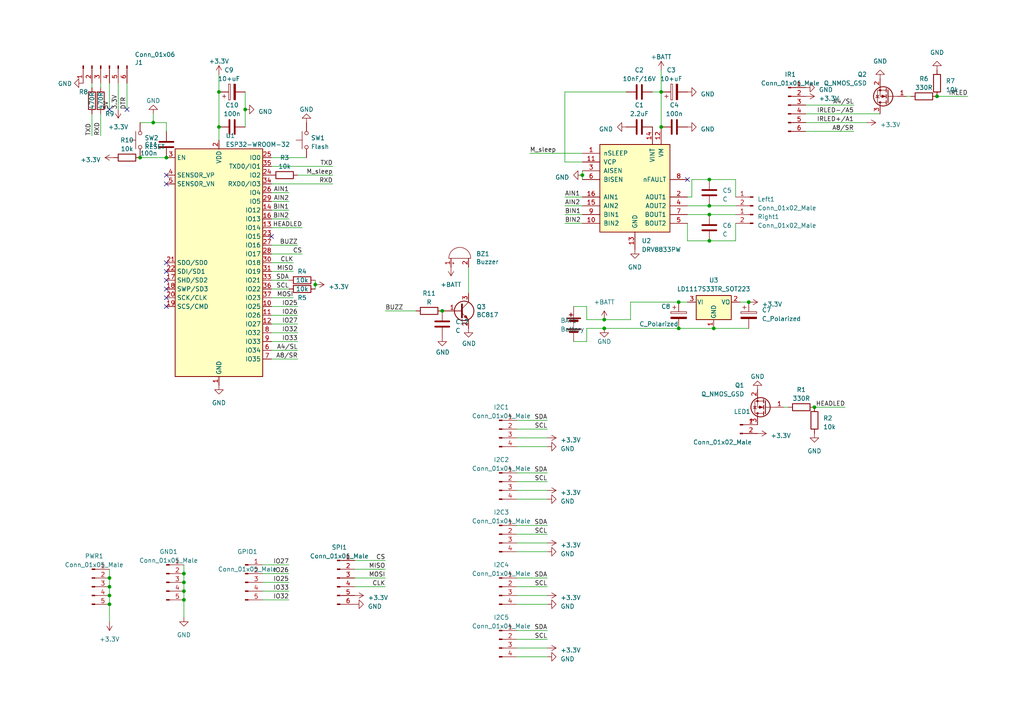
<source format=kicad_sch>
(kicad_sch (version 20230121) (generator eeschema)
  (paper "A4")
  (lib_symbols
    (symbol "Connector:Conn_01x02_Male" (pin_names (offset 1.016) hide)
      (property "Reference" "J" (at 0 2.54 0))
      (property "Value" "Conn_01x02_Male" (at 0 -5.08 0))
      (symbol "Conn_01x02_Male_1_1"
        (polyline (pts (xy 1.27 -2.54) (xy 0.8636 -2.54)) (stroke (width 0.1524)))
        (polyline (pts (xy 1.27 0) (xy 0.8636 0)) (stroke (width 0.1524)))
        (rectangle (start 0.8636 -2.413) (end 0 -2.667) (stroke (width 0.1524)) (fill (type outline)))
        (rectangle (start 0.8636 0.127) (end 0 -0.127) (stroke (width 0.1524)) (fill (type outline)))
        (pin passive line (at 5.08 0 180) (length 3.81) (name "Pin_1") (number "1"))
        (pin passive line (at 5.08 -2.54 180) (length 3.81) (name "Pin_2") (number "2"))
      )
    )
    (symbol "Connector:Conn_01x04_Male" (pin_names (offset 1.016) hide)
      (property "Reference" "J" (at 0 5.08 0))
      (property "Value" "Conn_01x04_Male" (at 0 -7.62 0))
      (symbol "Conn_01x04_Male_1_1"
        (polyline (pts (xy 1.27 -5.08) (xy 0.8636 -5.08)) (stroke (width 0.1524)))
        (polyline (pts (xy 1.27 -2.54) (xy 0.8636 -2.54)) (stroke (width 0.1524)))
        (polyline (pts (xy 1.27 0) (xy 0.8636 0)) (stroke (width 0.1524)))
        (polyline (pts (xy 1.27 2.54) (xy 0.8636 2.54)) (stroke (width 0.1524)))
        (rectangle (start 0.8636 -4.953) (end 0 -5.207) (stroke (width 0.1524)) (fill (type outline)))
        (rectangle (start 0.8636 -2.413) (end 0 -2.667) (stroke (width 0.1524)) (fill (type outline)))
        (rectangle (start 0.8636 0.127) (end 0 -0.127) (stroke (width 0.1524)) (fill (type outline)))
        (rectangle (start 0.8636 2.667) (end 0 2.413) (stroke (width 0.1524)) (fill (type outline)))
        (pin passive line (at 5.08 2.54 180) (length 3.81) (name "Pin_1") (number "1"))
        (pin passive line (at 5.08 0 180) (length 3.81) (name "Pin_2") (number "2"))
        (pin passive line (at 5.08 -2.54 180) (length 3.81) (name "Pin_3") (number "3"))
        (pin passive line (at 5.08 -5.08 180) (length 3.81) (name "Pin_4") (number "4"))
      )
    )
    (symbol "Connector:Conn_01x05_Male" (pin_names (offset 1.016) hide)
      (property "Reference" "J" (at 0 7.62 0))
      (property "Value" "Conn_01x05_Male" (at 0 -7.62 0))
      (symbol "Conn_01x05_Male_1_1"
        (polyline (pts (xy 1.27 -5.08) (xy 0.8636 -5.08)) (stroke (width 0.1524)))
        (polyline (pts (xy 1.27 -2.54) (xy 0.8636 -2.54)) (stroke (width 0.1524)))
        (polyline (pts (xy 1.27 0) (xy 0.8636 0)) (stroke (width 0.1524)))
        (polyline (pts (xy 1.27 2.54) (xy 0.8636 2.54)) (stroke (width 0.1524)))
        (polyline (pts (xy 1.27 5.08) (xy 0.8636 5.08)) (stroke (width 0.1524)))
        (rectangle (start 0.8636 -4.953) (end 0 -5.207) (stroke (width 0.1524)) (fill (type outline)))
        (rectangle (start 0.8636 -2.413) (end 0 -2.667) (stroke (width 0.1524)) (fill (type outline)))
        (rectangle (start 0.8636 0.127) (end 0 -0.127) (stroke (width 0.1524)) (fill (type outline)))
        (rectangle (start 0.8636 2.667) (end 0 2.413) (stroke (width 0.1524)) (fill (type outline)))
        (rectangle (start 0.8636 5.207) (end 0 4.953) (stroke (width 0.1524)) (fill (type outline)))
        (pin passive line (at 5.08 5.08 180) (length 3.81) (name "Pin_1") (number "1"))
        (pin passive line (at 5.08 2.54 180) (length 3.81) (name "Pin_2") (number "2"))
        (pin passive line (at 5.08 0 180) (length 3.81) (name "Pin_3") (number "3"))
        (pin passive line (at 5.08 -2.54 180) (length 3.81) (name "Pin_4") (number "4"))
        (pin passive line (at 5.08 -5.08 180) (length 3.81) (name "Pin_5") (number "5"))
      )
    )
    (symbol "Connector:Conn_01x06_Male" (pin_names (offset 1.016) hide)
      (property "Reference" "J" (at 0 7.62 0))
      (property "Value" "Conn_01x06_Male" (at 0 -10.16 0))
      (symbol "Conn_01x06_Male_1_1"
        (polyline (pts (xy 1.27 -7.62) (xy 0.8636 -7.62)) (stroke (width 0.1524)))
        (polyline (pts (xy 1.27 -5.08) (xy 0.8636 -5.08)) (stroke (width 0.1524)))
        (polyline (pts (xy 1.27 -2.54) (xy 0.8636 -2.54)) (stroke (width 0.1524)))
        (polyline (pts (xy 1.27 0) (xy 0.8636 0)) (stroke (width 0.1524)))
        (polyline (pts (xy 1.27 2.54) (xy 0.8636 2.54)) (stroke (width 0.1524)))
        (polyline (pts (xy 1.27 5.08) (xy 0.8636 5.08)) (stroke (width 0.1524)))
        (rectangle (start 0.8636 -7.493) (end 0 -7.747) (stroke (width 0.1524)) (fill (type outline)))
        (rectangle (start 0.8636 -4.953) (end 0 -5.207) (stroke (width 0.1524)) (fill (type outline)))
        (rectangle (start 0.8636 -2.413) (end 0 -2.667) (stroke (width 0.1524)) (fill (type outline)))
        (rectangle (start 0.8636 0.127) (end 0 -0.127) (stroke (width 0.1524)) (fill (type outline)))
        (rectangle (start 0.8636 2.667) (end 0 2.413) (stroke (width 0.1524)) (fill (type outline)))
        (rectangle (start 0.8636 5.207) (end 0 4.953) (stroke (width 0.1524)) (fill (type outline)))
        (pin passive line (at 5.08 5.08 180) (length 3.81) (name "Pin_1") (number "1"))
        (pin passive line (at 5.08 2.54 180) (length 3.81) (name "Pin_2") (number "2"))
        (pin passive line (at 5.08 0 180) (length 3.81) (name "Pin_3") (number "3"))
        (pin passive line (at 5.08 -2.54 180) (length 3.81) (name "Pin_4") (number "4"))
        (pin passive line (at 5.08 -5.08 180) (length 3.81) (name "Pin_5") (number "5"))
        (pin passive line (at 5.08 -7.62 180) (length 3.81) (name "Pin_6") (number "6"))
      )
    )
    (symbol "Device:Battery" (pin_numbers hide) (pin_names (offset 0) hide)
      (property "Reference" "BAT1" (at 3.81 1.016 0))
      (property "Value" "Battery" (at 3.81 -1.524 0))
      (symbol "Battery_0_1"
        (rectangle (start -2.032 -1.397) (end 2.032 -1.651) (fill (type outline)))
        (rectangle (start -2.032 1.778) (end 2.032 1.524) (fill (type outline)))
        (rectangle (start -1.3208 -1.9812) (end 1.27 -2.4892) (fill (type outline)))
        (rectangle (start -1.3208 1.1938) (end 1.27 0.6858) (fill (type outline)))
        (polyline (pts (xy 0 -1.524) (xy 0 -1.27)))
        (polyline (pts (xy 0 -1.016) (xy 0 -0.762)))
        (polyline (pts (xy 0 -0.508) (xy 0 -0.254)))
        (polyline (pts (xy 0 0) (xy 0 0.254)))
        (polyline (pts (xy 0 0.508) (xy 0 0.762)))
        (polyline (pts (xy 0 1.778) (xy 0 2.54)))
        (polyline (pts (xy 0.254 2.667) (xy 1.27 2.667)) (stroke (width 0.254)))
        (polyline (pts (xy 0.762 3.175) (xy 0.762 2.159)) (stroke (width 0.254)))
      )
      (symbol "Battery_1_1"
        (pin power_out line (at 0 5.08 270) (length 2.54) (name "+") (number "1"))
        (pin power_out line (at 0 -5.08 90) (length 2.54) (name "-") (number "2"))
      )
    )
    (symbol "Device:Buzzer" (pin_names (offset 0.0254) hide)
      (property "Reference" "BZ" (at 3.81 1.27 0))
      (property "Value" "Buzzer" (at 3.81 -1.27 0))
      (symbol "Buzzer_0_1"
        (arc (start 0 -3.175) (mid 3.1612 0) (end 0 3.175))
        (polyline (pts (xy -1.651 1.905) (xy -1.143 1.905)))
        (polyline (pts (xy -1.397 2.159) (xy -1.397 1.651)))
        (polyline (pts (xy 0 3.175) (xy 0 -3.175)))
      )
      (symbol "Buzzer_1_1"
        (pin passive line (at -2.54 2.54 0) (length 2.54) (name "-") (number "1"))
        (pin passive line (at -2.54 -2.54 0) (length 2.54) (name "+") (number "2"))
      )
    )
    (symbol "Device:C" (pin_numbers hide) (pin_names (offset 0.254))
      (property "Reference" "C" (at 0.635 2.54 0))
      (property "Value" "C" (at 0.635 -2.54 0))
      (symbol "C_0_1"
        (polyline (pts (xy -2.032 -0.762) (xy 2.032 -0.762)) (stroke (width 0.508)))
        (polyline (pts (xy -2.032 0.762) (xy 2.032 0.762)) (stroke (width 0.508)))
      )
      (symbol "C_1_1"
        (pin passive line (at 0 3.81 270) (length 2.794) (name "~") (number "1"))
        (pin passive line (at 0 -3.81 90) (length 2.794) (name "~") (number "2"))
      )
    )
    (symbol "Device:C_Polarized" (pin_numbers hide) (pin_names (offset 0.254))
      (property "Reference" "C" (at 0.635 2.54 0))
      (property "Value" "C_Polarized" (at 0.635 -2.54 0))
      (symbol "C_Polarized_0_1"
        (rectangle (start -2.286 0.508) (end 2.286 1.016))
        (polyline (pts (xy -1.778 2.286) (xy -0.762 2.286)))
        (polyline (pts (xy -1.27 2.794) (xy -1.27 1.778)))
        (rectangle (start 2.286 -0.508) (end -2.286 -1.016) (fill (type outline)))
      )
      (symbol "C_Polarized_1_1"
        (pin passive line (at 0 3.81 270) (length 2.794) (name "~") (number "1"))
        (pin passive line (at 0 -3.81 90) (length 2.794) (name "~") (number "2"))
      )
    )
    (symbol "Device:Q_NMOS_GSD" (pin_names (offset 0) hide)
      (property "Reference" "Q" (at 5.08 1.27 0))
      (property "Value" "Q_NMOS_GSD" (at 5.08 -1.27 0))
      (symbol "Q_NMOS_GSD_0_1"
        (polyline (pts (xy 0.254 0) (xy -2.54 0)))
        (polyline (pts (xy 0.254 1.905) (xy 0.254 -1.905)) (stroke (width 0.254)))
        (polyline (pts (xy 0.762 -1.27) (xy 0.762 -2.286)) (stroke (width 0.254)))
        (polyline (pts (xy 0.762 0.508) (xy 0.762 -0.508)) (stroke (width 0.254)))
        (polyline (pts (xy 0.762 2.286) (xy 0.762 1.27)) (stroke (width 0.254)))
        (polyline (pts (xy 2.54 2.54) (xy 2.54 1.778)))
        (polyline (pts (xy 2.54 -2.54) (xy 2.54 0) (xy 0.762 0)))
        (polyline (pts (xy 0.762 -1.778) (xy 3.302 -1.778) (xy 3.302 1.778) (xy 0.762 1.778)))
        (polyline (pts (xy 1.016 0) (xy 2.032 0.381) (xy 2.032 -0.381) (xy 1.016 0)) (fill (type outline)))
        (polyline (pts (xy 2.794 0.508) (xy 2.921 0.381) (xy 3.683 0.381) (xy 3.81 0.254)))
        (polyline (pts (xy 3.302 0.381) (xy 2.921 -0.254) (xy 3.683 -0.254) (xy 3.302 0.381)))
        (circle (center 1.651 0) (radius 2.794) (stroke (width 0.254)))
        (circle (center 2.54 -1.778) (radius 0.254) (fill (type outline)))
        (circle (center 2.54 1.778) (radius 0.254) (fill (type outline)))
      )
      (symbol "Q_NMOS_GSD_1_1"
        (pin input line (at -5.08 0 0) (length 2.54) (name "G") (number "1"))
        (pin passive line (at 2.54 -5.08 90) (length 2.54) (name "S") (number "2"))
        (pin passive line (at 2.54 5.08 270) (length 2.54) (name "D") (number "3"))
      )
    )
    (symbol "Device:R" (pin_numbers hide) (pin_names (offset 0))
      (property "Reference" "R" (at 2.032 0 90))
      (property "Value" "R" (at 0 0 90))
      (symbol "R_0_1"
        (rectangle (start -1.016 -2.54) (end 1.016 2.54) (stroke (width 0.254)))
      )
      (symbol "R_1_1"
        (pin passive line (at 0 3.81 270) (length 1.27) (name "~") (number "1"))
        (pin passive line (at 0 -3.81 90) (length 1.27) (name "~") (number "2"))
      )
    )
    (symbol "Driver_Motor:DRV8833PW" (pin_names (offset 1.016))
      (property "Reference" "U" (at -3.81 16.51 0))
      (property "Value" "DRV8833PW" (at -3.81 13.97 0))
      (symbol "DRV8833PW_0_1"
        (rectangle (start -10.16 12.7) (end 10.16 -12.7) (stroke (width 0.254)) (fill (type background)))
      )
      (symbol "DRV8833PW_1_1"
        (pin input line (at -15.24 10.16 0) (length 5.08) (name "nSLEEP") (number "1"))
        (pin input line (at -15.24 -10.16 0) (length 5.08) (name "BIN2") (number "10"))
        (pin bidirectional line (at -15.24 7.62 0) (length 5.08) (name "VCP") (number "11"))
        (pin power_in line (at 7.62 17.78 270) (length 5.08) (name "VM") (number "12"))
        (pin power_in line (at 0 -17.78 90) (length 5.08) (name "GND") (number "13"))
        (pin power_in line (at 5.08 17.78 270) (length 5.08) (name "VINT") (number "14"))
        (pin input line (at -15.24 -5.08 0) (length 5.08) (name "AIN2") (number "15"))
        (pin input line (at -15.24 -2.54 0) (length 5.08) (name "AIN1") (number "16"))
        (pin power_out line (at 15.24 -2.54 180) (length 5.08) (name "AOUT1") (number "2"))
        (pin bidirectional line (at -15.24 5.08 0) (length 5.08) (name "AISEN") (number "3"))
        (pin power_out line (at 15.24 -5.08 180) (length 5.08) (name "AOUT2") (number "4"))
        (pin power_out line (at 15.24 -10.16 180) (length 5.08) (name "BOUT2") (number "5"))
        (pin bidirectional line (at -15.24 2.54 0) (length 5.08) (name "BISEN") (number "6"))
        (pin power_out line (at 15.24 -7.62 180) (length 5.08) (name "BOUT1") (number "7"))
        (pin open_collector line (at 15.24 2.54 180) (length 5.08) (name "nFAULT") (number "8"))
        (pin input line (at -15.24 -7.62 0) (length 5.08) (name "BIN1") (number "9"))
      )
    )
    (symbol "RF_Module:ESP32-WROOM-32"
      (property "Reference" "U" (at -12.7 34.29 0))
      (property "Value" "ESP32-WROOM-32" (at 1.27 34.29 0))
      (symbol "ESP32-WROOM-32_0_1"
        (rectangle (start -12.7 33.02) (end 12.7 -33.02) (stroke (width 0.254)) (fill (type background)))
      )
      (symbol "ESP32-WROOM-32_1_1"
        (pin power_in line (at 0 -35.56 90) (length 2.54) (name "GND") (number "1"))
        (pin bidirectional line (at 15.24 -12.7 180) (length 2.54) (name "IO25") (number "10"))
        (pin bidirectional line (at 15.24 -15.24 180) (length 2.54) (name "IO26") (number "11"))
        (pin bidirectional line (at 15.24 -17.78 180) (length 2.54) (name "IO27") (number "12"))
        (pin bidirectional line (at 15.24 10.16 180) (length 2.54) (name "IO14") (number "13"))
        (pin bidirectional line (at 15.24 15.24 180) (length 2.54) (name "IO12") (number "14"))
        (pin passive line (at 0 -35.56 90) (length 2.54) hide (name "GND") (number "15"))
        (pin bidirectional line (at 15.24 12.7 180) (length 2.54) (name "IO13") (number "16"))
        (pin bidirectional line (at -15.24 -5.08 0) (length 2.54) (name "SHD/SD2") (number "17"))
        (pin bidirectional line (at -15.24 -7.62 0) (length 2.54) (name "SWP/SD3") (number "18"))
        (pin bidirectional line (at -15.24 -12.7 0) (length 2.54) (name "SCS/CMD") (number "19"))
        (pin power_in line (at 0 35.56 270) (length 2.54) (name "VDD") (number "2"))
        (pin bidirectional line (at -15.24 -10.16 0) (length 2.54) (name "SCK/CLK") (number "20"))
        (pin bidirectional line (at -15.24 0 0) (length 2.54) (name "SDO/SD0") (number "21"))
        (pin bidirectional line (at -15.24 -2.54 0) (length 2.54) (name "SDI/SD1") (number "22"))
        (pin bidirectional line (at 15.24 7.62 180) (length 2.54) (name "IO15") (number "23"))
        (pin bidirectional line (at 15.24 25.4 180) (length 2.54) (name "IO2") (number "24"))
        (pin bidirectional line (at 15.24 30.48 180) (length 2.54) (name "IO0") (number "25"))
        (pin bidirectional line (at 15.24 20.32 180) (length 2.54) (name "IO4") (number "26"))
        (pin bidirectional line (at 15.24 5.08 180) (length 2.54) (name "IO16") (number "27"))
        (pin bidirectional line (at 15.24 2.54 180) (length 2.54) (name "IO17") (number "28"))
        (pin bidirectional line (at 15.24 17.78 180) (length 2.54) (name "IO5") (number "29"))
        (pin input line (at -15.24 30.48 0) (length 2.54) (name "EN") (number "3"))
        (pin bidirectional line (at 15.24 0 180) (length 2.54) (name "IO18") (number "30"))
        (pin bidirectional line (at 15.24 -2.54 180) (length 2.54) (name "IO19") (number "31"))
        (pin no_connect line (at -12.7 -27.94 0) (length 2.54) hide (name "NC") (number "32"))
        (pin bidirectional line (at 15.24 -5.08 180) (length 2.54) (name "IO21") (number "33"))
        (pin bidirectional line (at 15.24 22.86 180) (length 2.54) (name "RXD0/IO3") (number "34"))
        (pin bidirectional line (at 15.24 27.94 180) (length 2.54) (name "TXD0/IO1") (number "35"))
        (pin bidirectional line (at 15.24 -7.62 180) (length 2.54) (name "IO22") (number "36"))
        (pin bidirectional line (at 15.24 -10.16 180) (length 2.54) (name "IO23") (number "37"))
        (pin passive line (at 0 -35.56 90) (length 2.54) hide (name "GND") (number "38"))
        (pin passive line (at 0 -35.56 90) (length 2.54) hide (name "GND") (number "39"))
        (pin input line (at -15.24 25.4 0) (length 2.54) (name "SENSOR_VP") (number "4"))
        (pin input line (at -15.24 22.86 0) (length 2.54) (name "SENSOR_VN") (number "5"))
        (pin input line (at 15.24 -25.4 180) (length 2.54) (name "IO34") (number "6"))
        (pin input line (at 15.24 -27.94 180) (length 2.54) (name "IO35") (number "7"))
        (pin bidirectional line (at 15.24 -20.32 180) (length 2.54) (name "IO32") (number "8"))
        (pin bidirectional line (at 15.24 -22.86 180) (length 2.54) (name "IO33") (number "9"))
      )
    )
    (symbol "Regulator_Linear:LD1117S33TR_SOT223" (pin_names (offset 0.254))
      (property "Reference" "U" (at -3.81 3.175 0))
      (property "Value" "LD1117S33TR_SOT223" (at 0 3.175 0))
      (symbol "LD1117S33TR_SOT223_0_1"
        (rectangle (start -5.08 -5.08) (end 5.08 1.905) (stroke (width 0.254)) (fill (type background)))
      )
      (symbol "LD1117S33TR_SOT223_1_1"
        (pin power_in line (at 0 -7.62 90) (length 2.54) (name "GND") (number "1"))
        (pin power_out line (at 7.62 0 180) (length 2.54) (name "VO") (number "2"))
        (pin power_in line (at -7.62 0 0) (length 2.54) (name "VI") (number "3"))
      )
    )
    (symbol "Switch:SW_Push" (pin_numbers hide) (pin_names (offset 1.016) hide)
      (property "Reference" "SW" (at 1.27 2.54 0))
      (property "Value" "SW_Push" (at 0 -1.524 0))
      (symbol "SW_Push_0_1"
        (circle (center -2.032 0) (radius 0.508))
        (polyline (pts (xy 0 1.27) (xy 0 3.048)))
        (polyline (pts (xy 2.54 1.27) (xy -2.54 1.27)))
        (circle (center 2.032 0) (radius 0.508))
        (pin passive line (at -5.08 0 0) (length 2.54) (name "1") (number "1"))
        (pin passive line (at 5.08 0 180) (length 2.54) (name "2") (number "2"))
      )
    )
    (symbol "Transistor_BJT:BC817" (pin_names (offset 0) hide)
      (property "Reference" "Q" (at 5.08 1.905 0))
      (property "Value" "BC817" (at 5.08 0 0))
      (symbol "BC817_0_1"
        (polyline (pts (xy 0.635 0.635) (xy 2.54 2.54)))
        (polyline (pts (xy 0.635 -0.635) (xy 2.54 -2.54) (xy 2.54 -2.54)))
        (polyline (pts (xy 0.635 1.905) (xy 0.635 -1.905) (xy 0.635 -1.905)) (stroke (width 0.508)))
        (polyline (pts (xy 1.27 -1.778) (xy 1.778 -1.27) (xy 2.286 -2.286) (xy 1.27 -1.778) (xy 1.27 -1.778)) (fill (type outline)))
        (circle (center 1.27 0) (radius 2.8194) (stroke (width 0.254)))
      )
      (symbol "BC817_1_1"
        (pin input line (at -5.08 0 0) (length 5.715) (name "B") (number "1"))
        (pin passive line (at 2.54 -5.08 90) (length 2.54) (name "E") (number "2"))
        (pin passive line (at 2.54 5.08 270) (length 2.54) (name "C") (number "3"))
      )
    )
    (symbol "power:+3.3V" (power) (pin_names (offset 0))
      (property "Value" "+3.3V" (at 0 3.556 0))
      (symbol "+3.3V_0_1"
        (polyline (pts (xy -0.762 1.27) (xy 0 2.54)))
        (polyline (pts (xy 0 0) (xy 0 2.54)))
        (polyline (pts (xy 0 2.54) (xy 0.762 1.27)))
      )
      (symbol "+3.3V_1_1"
        (pin power_in line (at 0 0 90) (length 0) hide (name "+3.3V") (number "1"))
      )
    )
    (symbol "power:+BATT" (power) (pin_names (offset 0))
      (property "Value" "+BATT" (at 0 3.556 0))
      (symbol "+BATT_0_1"
        (polyline (pts (xy -0.762 1.27) (xy 0 2.54)))
        (polyline (pts (xy 0 0) (xy 0 2.54)))
        (polyline (pts (xy 0 2.54) (xy 0.762 1.27)))
      )
      (symbol "+BATT_1_1"
        (pin power_in line (at 0 0 90) (length 0) hide (name "+BATT") (number "1"))
      )
    )
    (symbol "power:GND" (power) (pin_names (offset 0))
      (property "Value" "GND" (at 0 -3.81 0))
      (symbol "GND_0_1"
        (polyline (pts (xy 0 0) (xy 0 -1.27) (xy 1.27 -1.27) (xy 0 -2.54) (xy -1.27 -1.27) (xy 0 -1.27)))
      )
      (symbol "GND_1_1"
        (pin power_in line (at 0 0 270) (length 0) hide (name "GND") (number "1"))
      )
    )
  )
  (junction (at 31.75 175.26))
  (junction (at 196.85 95.25))
  (junction (at 31.75 170.18))
  (junction (at 31.75 167.64))
  (junction (at 91.44 82.55))
  (junction (at 217.17 87.63))
  (junction (at 196.85 87.63))
  (junction (at 236.22 118.11))
  (junction (at 40.64 45.72))
  (junction (at 128.27 90.17))
  (junction (at 53.34 168.91))
  (junction (at 191.77 36.83))
  (junction (at 191.77 26.67))
  (junction (at 44.45 35.56))
  (junction (at 271.78 27.94))
  (junction (at 71.12 31.75))
  (junction (at 63.5 36.83))
  (junction (at 53.34 171.45))
  (junction (at 31.75 172.72))
  (junction (at 175.26 92.71))
  (junction (at 175.26 95.25))
  (junction (at 48.26 45.72))
  (junction (at 63.5 26.67))
  (junction (at 205.74 62.23))
  (junction (at 205.74 52.07))
  (junction (at 168.91 50.8))
  (junction (at 205.74 69.85))
  (junction (at 53.34 173.99))
  (junction (at 205.74 59.69))
  (junction (at 53.34 166.37))
  (junction (at 207.01 95.25))
  (no_connect (at 199.39 52.07))
  (no_connect (at 48.26 76.2))
  (no_connect (at 48.26 88.9))
  (no_connect (at 78.74 68.58))
  (no_connect (at 48.26 78.74))
  (no_connect (at 48.26 83.82))
  (no_connect (at 48.26 81.28))
  (no_connect (at 31.75 31.75))
  (no_connect (at 48.26 53.34))
  (no_connect (at 36.83 31.75))
  (no_connect (at 48.26 50.8))
  (no_connect (at 48.26 86.36))
  (wire (pts (xy 31.75 167.64) (xy 31.75 170.18)))
  (wire (pts (xy 78.74 60.96) (xy 83.82 60.96)))
  (wire (pts (xy 213.36 52.07) (xy 213.36 57.15)))
  (wire (pts (xy 228.6 118.11) (xy 227.33 118.11)))
  (wire (pts (xy 78.74 71.12) (xy 86.36 71.12)))
  (wire (pts (xy 149.86 185.42) (xy 158.75 185.42)))
  (wire (pts (xy 53.34 163.83) (xy 53.34 166.37)))
  (wire (pts (xy 26.67 33.02) (xy 26.67 39.37)))
  (wire (pts (xy 175.26 92.71) (xy 182.88 92.71)))
  (wire (pts (xy 78.74 93.98) (xy 86.36 93.98)))
  (wire (pts (xy 199.39 57.15) (xy 200.66 57.15)))
  (wire (pts (xy 163.83 26.67) (xy 163.83 46.99)))
  (wire (pts (xy 170.18 99.06) (xy 170.18 95.25)))
  (wire (pts (xy 102.87 167.64) (xy 111.76 167.64)))
  (wire (pts (xy 149.86 154.94) (xy 158.75 154.94)))
  (wire (pts (xy 76.2 173.99) (xy 83.82 173.99)))
  (wire (pts (xy 78.74 83.82) (xy 83.82 83.82)))
  (wire (pts (xy 149.86 144.78) (xy 158.75 144.78)))
  (wire (pts (xy 31.75 24.13) (xy 31.75 31.75)))
  (wire (pts (xy 78.74 58.42) (xy 83.82 58.42)))
  (wire (pts (xy 168.91 49.53) (xy 168.91 50.8)))
  (wire (pts (xy 149.86 190.5) (xy 158.75 190.5)))
  (wire (pts (xy 102.87 162.56) (xy 111.76 162.56)))
  (wire (pts (xy 78.74 76.2) (xy 85.09 76.2)))
  (wire (pts (xy 233.68 30.48) (xy 247.65 30.48)))
  (wire (pts (xy 63.5 36.83) (xy 63.5 40.64)))
  (wire (pts (xy 29.21 33.02) (xy 29.21 39.37)))
  (wire (pts (xy 199.39 62.23) (xy 205.74 62.23)))
  (wire (pts (xy 31.75 175.26) (xy 31.75 180.34)))
  (wire (pts (xy 163.83 59.69) (xy 168.91 59.69)))
  (wire (pts (xy 199.39 59.69) (xy 205.74 59.69)))
  (wire (pts (xy 205.74 52.07) (xy 213.36 52.07)))
  (wire (pts (xy 78.74 45.72) (xy 88.9 45.72)))
  (wire (pts (xy 175.26 92.71) (xy 170.18 92.71)))
  (wire (pts (xy 83.82 55.88) (xy 78.74 55.88)))
  (wire (pts (xy 86.36 50.8) (xy 96.52 50.8)))
  (wire (pts (xy 91.44 81.28) (xy 91.44 82.55)))
  (wire (pts (xy 102.87 170.18) (xy 111.76 170.18)))
  (wire (pts (xy 149.86 172.72) (xy 158.75 172.72)))
  (wire (pts (xy 196.85 95.25) (xy 207.01 95.25)))
  (wire (pts (xy 78.74 81.28) (xy 83.82 81.28)))
  (wire (pts (xy 71.12 31.75) (xy 71.12 26.67)))
  (wire (pts (xy 91.44 82.55) (xy 91.44 83.82)))
  (wire (pts (xy 149.86 129.54) (xy 158.75 129.54)))
  (wire (pts (xy 153.67 44.45) (xy 168.91 44.45)))
  (wire (pts (xy 182.88 87.63) (xy 196.85 87.63)))
  (wire (pts (xy 163.83 46.99) (xy 168.91 46.99)))
  (wire (pts (xy 78.74 78.74) (xy 85.09 78.74)))
  (wire (pts (xy 48.26 35.56) (xy 48.26 38.1)))
  (wire (pts (xy 214.63 87.63) (xy 217.17 87.63)))
  (wire (pts (xy 53.34 171.45) (xy 53.34 173.99)))
  (wire (pts (xy 149.86 182.88) (xy 158.75 182.88)))
  (wire (pts (xy 63.5 26.67) (xy 63.5 36.83)))
  (wire (pts (xy 149.86 142.24) (xy 158.75 142.24)))
  (wire (pts (xy 168.91 50.8) (xy 168.91 52.07)))
  (wire (pts (xy 149.86 152.4) (xy 158.75 152.4)))
  (wire (pts (xy 31.75 172.72) (xy 31.75 175.26)))
  (wire (pts (xy 200.66 57.15) (xy 200.66 52.07)))
  (wire (pts (xy 78.74 104.14) (xy 86.36 104.14)))
  (wire (pts (xy 205.74 59.69) (xy 213.36 59.69)))
  (wire (pts (xy 34.29 24.13) (xy 34.29 31.75)))
  (wire (pts (xy 149.86 175.26) (xy 158.75 175.26)))
  (wire (pts (xy 213.36 69.85) (xy 213.36 64.77)))
  (wire (pts (xy 191.77 26.67) (xy 189.23 26.67)))
  (wire (pts (xy 78.74 88.9) (xy 86.36 88.9)))
  (wire (pts (xy 53.34 166.37) (xy 53.34 168.91)))
  (wire (pts (xy 26.67 25.4) (xy 26.67 24.13)))
  (wire (pts (xy 149.86 187.96) (xy 158.75 187.96)))
  (wire (pts (xy 40.64 35.56) (xy 44.45 35.56)))
  (wire (pts (xy 36.83 24.13) (xy 36.83 31.75)))
  (wire (pts (xy 166.37 99.06) (xy 170.18 99.06)))
  (wire (pts (xy 200.66 52.07) (xy 205.74 52.07)))
  (wire (pts (xy 44.45 35.56) (xy 48.26 35.56)))
  (wire (pts (xy 31.75 165.1) (xy 31.75 167.64)))
  (wire (pts (xy 149.86 137.16) (xy 158.75 137.16)))
  (wire (pts (xy 31.75 170.18) (xy 31.75 172.72)))
  (wire (pts (xy 149.86 127) (xy 158.75 127)))
  (wire (pts (xy 191.77 20.32) (xy 191.77 26.67)))
  (wire (pts (xy 76.2 171.45) (xy 83.82 171.45)))
  (wire (pts (xy 163.83 57.15) (xy 168.91 57.15)))
  (wire (pts (xy 175.26 95.25) (xy 196.85 95.25)))
  (wire (pts (xy 205.74 69.85) (xy 213.36 69.85)))
  (wire (pts (xy 233.68 35.56) (xy 251.46 35.56)))
  (wire (pts (xy 78.74 91.44) (xy 86.36 91.44)))
  (wire (pts (xy 78.74 66.04) (xy 87.63 66.04)))
  (wire (pts (xy 207.01 95.25) (xy 217.17 95.25)))
  (wire (pts (xy 78.74 48.26) (xy 96.52 48.26)))
  (wire (pts (xy 149.86 167.64) (xy 158.75 167.64)))
  (wire (pts (xy 233.68 38.1) (xy 247.65 38.1)))
  (wire (pts (xy 181.61 26.67) (xy 163.83 26.67)))
  (wire (pts (xy 78.74 86.36) (xy 85.09 86.36)))
  (wire (pts (xy 135.89 77.47) (xy 135.89 85.09)))
  (wire (pts (xy 76.2 163.83) (xy 83.82 163.83)))
  (wire (pts (xy 149.86 121.92) (xy 158.75 121.92)))
  (wire (pts (xy 191.77 36.83) (xy 191.77 26.67)))
  (wire (pts (xy 78.74 63.5) (xy 83.82 63.5)))
  (wire (pts (xy 170.18 88.9) (xy 166.37 88.9)))
  (wire (pts (xy 264.16 27.94) (xy 262.89 27.94)))
  (wire (pts (xy 71.12 36.83) (xy 71.12 31.75)))
  (wire (pts (xy 102.87 165.1) (xy 111.76 165.1)))
  (wire (pts (xy 182.88 92.71) (xy 182.88 87.63)))
  (wire (pts (xy 78.74 53.34) (xy 96.52 53.34)))
  (wire (pts (xy 170.18 95.25) (xy 175.26 95.25)))
  (wire (pts (xy 76.2 166.37) (xy 83.82 166.37)))
  (wire (pts (xy 233.68 33.02) (xy 255.27 33.02)))
  (wire (pts (xy 53.34 173.99) (xy 53.34 179.07)))
  (wire (pts (xy 40.64 45.72) (xy 48.26 45.72)))
  (wire (pts (xy 205.74 62.23) (xy 213.36 62.23)))
  (wire (pts (xy 236.22 118.11) (xy 245.11 118.11)))
  (wire (pts (xy 78.74 73.66) (xy 87.63 73.66)))
  (wire (pts (xy 149.86 124.46) (xy 158.75 124.46)))
  (wire (pts (xy 78.74 96.52) (xy 86.36 96.52)))
  (wire (pts (xy 199.39 69.85) (xy 205.74 69.85)))
  (wire (pts (xy 53.34 168.91) (xy 53.34 171.45)))
  (wire (pts (xy 170.18 92.71) (xy 170.18 88.9)))
  (wire (pts (xy 44.45 33.02) (xy 44.45 35.56)))
  (wire (pts (xy 78.74 101.6) (xy 86.36 101.6)))
  (wire (pts (xy 196.85 87.63) (xy 199.39 87.63)))
  (wire (pts (xy 149.86 139.7) (xy 158.75 139.7)))
  (wire (pts (xy 199.39 64.77) (xy 199.39 69.85)))
  (wire (pts (xy 29.21 24.13) (xy 29.21 25.4)))
  (wire (pts (xy 63.5 21.59) (xy 63.5 26.67)))
  (wire (pts (xy 149.86 157.48) (xy 158.75 157.48)))
  (wire (pts (xy 149.86 160.02) (xy 158.75 160.02)))
  (wire (pts (xy 76.2 168.91) (xy 83.82 168.91)))
  (wire (pts (xy 163.83 62.23) (xy 168.91 62.23)))
  (wire (pts (xy 120.65 90.17) (xy 111.76 90.17)))
  (wire (pts (xy 78.74 99.06) (xy 86.36 99.06)))
  (wire (pts (xy 163.83 64.77) (xy 168.91 64.77)))
  (wire (pts (xy 149.86 170.18) (xy 158.75 170.18)))
  (wire (pts (xy 271.78 27.94) (xy 280.67 27.94)))
  (label "TXD" (at 96.52 48.26 180))
  (label "5V" (at 31.75 31.75 90))
  (label "M_sleep" (at 153.67 44.45 0))
  (label "SDA" (at 158.75 121.92 180))
  (label "IO26" (at 83.82 166.37 180))
  (label "RXD" (at 96.52 53.34 180))
  (label "IRLED+{slash}A1" (at 247.65 35.56 180))
  (label "CLK" (at 85.09 76.2 180))
  (label "SCL" (at 158.75 185.42 180))
  (label "BIN1" (at 163.83 62.23 0))
  (label "SDA" (at 158.75 137.16 180))
  (label "BIN1" (at 83.82 60.96 180))
  (label "SDA" (at 83.82 81.28 180))
  (label "BUZZ" (at 86.36 71.12 180))
  (label "CS" (at 87.63 73.66 180))
  (label "IO27" (at 86.36 93.98 180))
  (label "BUZZ" (at 111.76 90.17 0))
  (label "SCL" (at 158.75 154.94 180))
  (label "IRLED" (at 280.67 27.94 180))
  (label "AIN1" (at 83.82 55.88 180))
  (label "IO32" (at 83.82 173.99 180))
  (label "IO25" (at 83.82 168.91 180))
  (label "IRLED-{slash}A5" (at 247.65 33.02 180))
  (label "SDA" (at 158.75 167.64 180))
  (label "SCL" (at 83.82 83.82 180))
  (label "IO25" (at 86.36 88.9 180))
  (label "IO33" (at 86.36 99.06 180))
  (label "A8{slash}SR" (at 86.36 104.14 180))
  (label "A4{slash}SL" (at 247.65 30.48 180))
  (label "MOSI" (at 111.76 167.64 180))
  (label "IO26" (at 86.36 91.44 180))
  (label "MISO" (at 85.09 78.74 180))
  (label "AIN1" (at 163.83 57.15 0))
  (label "TXD" (at 26.67 39.37 90))
  (label "CLK" (at 111.76 170.18 180))
  (label "BIN2" (at 83.82 63.5 180))
  (label "IO27" (at 83.82 163.83 180))
  (label "AIN2" (at 83.82 58.42 180))
  (label "AIN2" (at 163.83 59.69 0))
  (label "M_sleep" (at 96.52 50.8 180))
  (label "BIN2" (at 163.83 64.77 0))
  (label "3.3V" (at 34.29 31.75 90))
  (label "A8{slash}SR" (at 247.65 38.1 180))
  (label "A4{slash}SL" (at 86.36 101.6 180))
  (label "MISO" (at 111.76 165.1 180))
  (label "RXD" (at 29.21 39.37 90))
  (label "SCL" (at 158.75 124.46 180))
  (label "MOSI" (at 85.09 86.36 180))
  (label "SDA" (at 158.75 152.4 180))
  (label "SDA" (at 158.75 182.88 180))
  (label "SCL" (at 158.75 139.7 180))
  (label "IO32" (at 86.36 96.52 180))
  (label "DTR" (at 36.83 31.75 90))
  (label "HEADLED" (at 245.11 118.11 180))
  (label "IO33" (at 83.82 171.45 180))
  (label "HEADLED" (at 87.63 66.04 180))
  (label "SCL" (at 158.75 170.18 180))
  (label "CS" (at 111.76 162.56 180))
  (symbol (lib_id "power:GND") (at 158.75 175.26 90) (mirror x) (unit 1)
    (property "Reference" "#PWR029" (effects hide))
    (property "Value" "GND" (at 162.56 175.895 90) (effects (justify right)))
  )
  (symbol (lib_id "power:GND") (at 175.26 95.25 0) (mirror y) (unit 1)
    (property "Reference" "#PWR012" (effects hide))
    (property "Value" "GND" (at 175.26 99.06 0))
  )
  (symbol (lib_id "Device:R") (at 87.63 81.28 90) (unit 1)
    (property "Reference" "R4" (at 87.63 78.74 90))
    (property "Value" "10k" (at 87.63 81.28 90))
    (property "Footprint" "Resistor_SMD:R_0603_1608Metric" (effects hide))
  )
  (symbol (lib_id "power:+3.3V") (at 158.75 157.48 270) (unit 1)
    (property "Reference" "#PWR026" (effects hide))
    (property "Value" "+3.3V" (at 162.56 158.115 90) (effects (justify left)))
  )
  (symbol (lib_id "power:GND") (at 219.71 113.03 0) (mirror x) (unit 1)
    (property "Reference" "#PWR016" (effects hide))
    (property "Value" "GND" (at 219.71 109.22 0))
  )
  (symbol (lib_id "power:GND") (at 168.91 50.8 270) (unit 1)
    (property "Reference" "#PWR06" (effects hide))
    (property "Value" "GND" (at 165.1 51.435 90) (effects (justify right)))
  )
  (symbol (lib_id "power:GND") (at 158.75 190.5 90) (mirror x) (unit 1)
    (property "Reference" "#PWR043" (effects hide))
    (property "Value" "GND" (at 162.56 191.135 90) (effects (justify right)))
  )
  (symbol (lib_id "Device:C") (at 185.42 26.67 90) (unit 1)
    (property "Reference" "C2" (at 185.42 20.32 90))
    (property "Value" "10nF/16V" (at 185.42 22.86 90))
    (property "Footprint" "Capacitor_SMD:C_0603_1608Metric" (effects hide))
  )
  (symbol (lib_id "power:GND") (at 102.87 175.26 90) (mirror x) (unit 1)
    (property "Reference" "#PWR031" (effects hide))
    (property "Value" "GND" (at 106.68 175.895 90) (effects (justify right)))
  )
  (symbol (lib_id "power:GND") (at 184.15 72.39 0) (unit 1)
    (property "Reference" "#PWR010" (effects hide))
    (property "Value" "GND" (at 184.15 77.47 0))
  )
  (symbol (lib_id "Switch:SW_Push") (at 40.64 40.64 90) (unit 1)
    (property "Reference" "SW2" (at 41.91 40.005 90) (effects (justify right)))
    (property "Value" "RESET" (at 41.91 42.545 90) (effects (justify right)))
    (property "Footprint" "Button_Switch_SMD:SW_SPST_B3S-1000" (effects hide))
  )
  (symbol (lib_id "power:+3.3V") (at 217.17 87.63 270) (unit 1)
    (property "Reference" "#PWR014" (effects hide))
    (property "Value" "+3.3V" (at 220.98 88.265 90) (effects (justify left)))
  )
  (symbol (lib_id "power:+3.3V") (at 233.68 27.94 270) (unit 1)
    (property "Reference" "#PWR04" (effects hide))
    (property "Value" "+3.3V" (at 237.49 28.575 90) (effects (justify left)))
  )
  (symbol (lib_id "Connector:Conn_01x05_Male") (at 26.67 170.18 0) (unit 1)
    (property "Reference" "PWR1" (at 27.305 161.29 0))
    (property "Value" "Conn_01x05_Male" (at 27.305 163.83 0))
    (property "Footprint" "Connector_PinHeader_2.54mm:PinHeader_1x05_P2.54mm_Vertical" (effects hide))
  )
  (symbol (lib_id "power:GND") (at 158.75 160.02 90) (mirror x) (unit 1)
    (property "Reference" "#PWR027" (effects hide))
    (property "Value" "GND" (at 162.56 160.655 90) (effects (justify right)))
  )
  (symbol (lib_id "Device:C") (at 205.74 66.04 0) (unit 1)
    (property "Reference" "C6" (at 209.55 65.405 0) (effects (justify left)))
    (property "Value" "C" (at 209.55 67.945 0) (effects (justify left)))
    (property "Footprint" "Capacitor_SMD:C_0603_1608Metric" (effects hide))
  )
  (symbol (lib_id "Device:C_Polarized") (at 195.58 26.67 90) (unit 1)
    (property "Reference" "C3" (at 194.691 20.32 90))
    (property "Value" "10+uF" (at 194.691 22.86 90))
    (property "Footprint" "Capacitor_Tantalum_SMD:CP_EIA-6032-28_Kemet-C" (effects hide))
  )
  (symbol (lib_id "Device:C_Polarized") (at 217.17 91.44 0) (unit 1)
    (property "Reference" "C7" (at 220.98 89.916 0) (effects (justify left)))
    (property "Value" "C_Polarized" (at 220.98 92.456 0) (effects (justify left)))
    (property "Footprint" "Capacitor_Tantalum_SMD:CP_EIA-6032-28_Kemet-C" (effects hide))
  )
  (symbol (lib_id "Device:C") (at 48.26 41.91 0) (unit 1)
    (property "Reference" "C11" (at 41.91 41.91 0) (effects (justify left)))
    (property "Value" "100n" (at 40.64 44.45 0) (effects (justify left)))
    (property "Footprint" "Capacitor_SMD:C_0603_1608Metric" (effects hide))
  )
  (symbol (lib_id "Device:R") (at 26.67 29.21 0) (unit 1)
    (property "Reference" "R8" (at 22.86 26.67 0) (effects (justify left)))
    (property "Value" "470R" (at 26.67 31.75 90) (effects (justify left)))
    (property "Footprint" "Resistor_SMD:R_0603_1608Metric" (effects hide))
  )
  (symbol (lib_id "RF_Module:ESP32-WROOM-32") (at 63.5 76.2 0) (unit 1)
    (property "Reference" "U1" (at 65.4559 39.37 0) (effects (justify left)))
    (property "Value" "ESP32-WROOM-32" (at 65.4559 41.91 0) (effects (justify left)))
    (property "Footprint" "RF_Module:ESP32-WROOM-32" (effects hide))
    (property "Datasheet" "https://www.espressif.com/sites/default/files/documentation/esp32-wroom-32_datasheet_en.pdf" (effects hide))
  )
  (symbol (lib_id "Connector:Conn_01x02_Male") (at 218.44 57.15 0) (mirror y) (unit 1)
    (property "Reference" "Left1" (at 219.71 57.785 0) (effects (justify right)))
    (property "Value" "Conn_01x02_Male" (at 219.71 60.325 0) (effects (justify right)))
    (property "Footprint" "Connector_JST:JST_EH_B2B-EH-A_1x02_P2.50mm_Vertical" (effects hide))
  )
  (symbol (lib_id "power:GND") (at 24.13 24.13 270) (unit 1)
    (property "Reference" "#PWR035" (effects hide))
    (property "Value" "GND" (at 20.8788 24.257 90) (effects (justify right)))
  )
  (symbol (lib_id "Device:C") (at 185.42 36.83 270) (unit 1)
    (property "Reference" "C1" (at 185.42 30.48 90))
    (property "Value" "2.2uF" (at 185.42 33.02 90))
    (property "Footprint" "Capacitor_SMD:C_0603_1608Metric" (effects hide))
  )
  (symbol (lib_id "power:GND") (at 255.27 22.86 180) (unit 1)
    (property "Reference" "#PWR021" (effects hide))
    (property "Value" "GND" (at 255.27 17.78 0))
  )
  (symbol (lib_id "Driver_Motor:DRV8833PW") (at 184.15 54.61 0) (unit 1)
    (property "Reference" "U2" (at 186.1059 69.85 0) (effects (justify left)))
    (property "Value" "DRV8833PW" (at 186.1059 72.39 0) (effects (justify left)))
    (property "Footprint" "Package_SO:TSSOP-16_4.4x5mm_P0.65mm" (effects hide))
    (property "Datasheet" "http://www.ti.com/lit/ds/symlink/drv8833.pdf" (effects hide))
  )
  (symbol (lib_id "power:+BATT") (at 175.26 92.71 0) (mirror y) (unit 1)
    (property "Reference" "#PWR013" (effects hide))
    (property "Value" "+BATT" (at 175.26 87.63 0))
  )
  (symbol (lib_id "Device:R") (at 36.83 45.72 90) (unit 1)
    (property "Reference" "R10" (at 36.83 40.64 90))
    (property "Value" "10k" (at 36.83 43.18 90))
    (property "Footprint" "Resistor_SMD:R_0603_1608Metric" (effects hide))
  )
  (symbol (lib_id "Connector:Conn_01x04_Male") (at 144.78 139.7 0) (unit 1)
    (property "Reference" "I2C2" (at 145.415 133.35 0))
    (property "Value" "Conn_01x04_Male" (at 145.415 135.89 0))
    (property "Footprint" "Connector_JST:JST_EH_B4B-EH-A_1x04_P2.50mm_Vertical" (effects hide))
  )
  (symbol (lib_id "power:+3.3V") (at 219.71 125.73 270) (unit 1)
    (property "Reference" "#PWR015" (effects hide))
    (property "Value" "+3.3V" (at 223.52 126.365 90) (effects (justify left)))
  )
  (symbol (lib_id "Device:C_Polarized") (at 196.85 91.44 0) (unit 1)
    (property "Reference" "C8" (at 191.77 88.9 0) (effects (justify left)))
    (property "Value" "C_Polarized" (at 185.42 93.98 0) (effects (justify left)))
    (property "Footprint" "Capacitor_Tantalum_SMD:CP_EIA-6032-28_Kemet-C" (effects hide))
  )
  (symbol (lib_id "Connector:Conn_01x04_Male") (at 144.78 124.46 0) (unit 1)
    (property "Reference" "I2C1" (at 145.415 118.11 0))
    (property "Value" "Conn_01x04_Male" (at 145.415 120.65 0))
    (property "Footprint" "Connector_JST:JST_EH_B4B-EH-A_1x04_P2.50mm_Vertical" (effects hide))
  )
  (symbol (lib_id "Connector:Conn_01x02_Male") (at 218.44 62.23 0) (mirror y) (unit 1)
    (property "Reference" "Right1" (at 219.71 62.865 0) (effects (justify right)))
    (property "Value" "Conn_01x02_Male" (at 219.71 65.405 0) (effects (justify right)))
    (property "Footprint" "Connector_JST:JST_EH_B2B-EH-A_1x02_P2.50mm_Vertical" (effects hide))
  )
  (symbol (lib_id "power:GND") (at 53.34 179.07 0) (mirror y) (unit 1)
    (property "Reference" "#PWR033" (effects hide))
    (property "Value" "GND" (at 53.34 184.15 0))
  )
  (symbol (lib_id "Device:Buzzer") (at 133.35 74.93 90) (unit 1)
    (property "Reference" "BZ1" (at 138.0998 73.6346 90) (effects (justify right)))
    (property "Value" "Buzzer" (at 138.0998 75.946 90) (effects (justify right)))
    (property "Footprint" "Buzzer_Beeper:Buzzer_12x9.5RM7.6" (effects hide))
  )
  (symbol (lib_id "Regulator_Linear:LD1117S33TR_SOT223") (at 207.01 87.63 0) (unit 1)
    (property "Reference" "U3" (at 207.01 81.28 0))
    (property "Value" "LD1117S33TR_SOT223" (at 207.01 83.82 0))
    (property "Footprint" "Package_TO_SOT_SMD:SOT-223-3_TabPin2" (effects hide))
    (property "Datasheet" "http://www.st.com/st-web-ui/static/active/en/resource/technical/document/datasheet/CD00000544.pdf" (effects hide))
  )
  (symbol (lib_id "Device:Q_NMOS_GSD") (at 222.25 118.11 180) (unit 1)
    (property "Reference" "Q1" (at 215.9 111.76 0) (effects (justify left)))
    (property "Value" "Q_NMOS_GSD" (at 215.9 114.3 0) (effects (justify left)))
    (property "Footprint" "Package_TO_SOT_SMD:SOT-23" (effects hide))
  )
  (symbol (lib_id "power:GND") (at 44.45 33.02 180) (unit 1)
    (property "Reference" "#PWR036" (effects hide))
    (property "Value" "GND" (at 44.45 29.21 0))
  )
  (symbol (lib_id "Connector:Conn_01x06_Male") (at 97.79 167.64 0) (unit 1)
    (property "Reference" "SPI1" (at 98.425 158.75 0))
    (property "Value" "Conn_01x06_Male" (at 98.425 161.29 0))
    (property "Footprint" "Connector_JST:JST_EH_B6B-EH-A_1x06_P2.50mm_Vertical" (effects hide))
  )
  (symbol (lib_id "power:GND") (at 158.75 129.54 90) (mirror x) (unit 1)
    (property "Reference" "#PWR022" (effects hide))
    (property "Value" "GND" (at 162.56 130.175 90) (effects (justify right)))
  )
  (symbol (lib_id "Device:R") (at 271.78 24.13 180) (unit 1)
    (property "Reference" "R7" (at 274.32 23.495 0) (effects (justify right)))
    (property "Value" "10k" (at 274.32 26.035 0) (effects (justify right)))
    (property "Footprint" "Resistor_SMD:R_0603_1608Metric" (effects hide))
  )
  (symbol (lib_id "Device:C_Polarized") (at 67.31 26.67 90) (unit 1)
    (property "Reference" "C9" (at 66.421 20.32 90))
    (property "Value" "10+uF" (at 66.421 22.86 90))
    (property "Footprint" "Capacitor_Tantalum_SMD:CP_EIA-6032-28_Kemet-C" (effects hide))
  )
  (symbol (lib_id "Device:R") (at 236.22 121.92 180) (unit 1)
    (property "Reference" "R2" (at 238.76 121.285 0) (effects (justify right)))
    (property "Value" "10k" (at 238.76 123.825 0) (effects (justify right)))
    (property "Footprint" "Resistor_SMD:R_0603_1608Metric" (effects hide))
  )
  (symbol (lib_id "power:GND") (at 128.27 97.79 0) (unit 1)
    (property "Reference" "#PWR039" (effects hide))
    (property "Value" "GND" (at 128.397 102.1842 0))
  )
  (symbol (lib_id "power:+3.3V") (at 158.75 127 270) (unit 1)
    (property "Reference" "#PWR023" (effects hide))
    (property "Value" "+3.3V" (at 162.56 127.635 90) (effects (justify left)))
  )
  (symbol (lib_id "Device:Q_NMOS_GSD") (at 257.81 27.94 180) (unit 1)
    (property "Reference" "Q2" (at 251.46 21.59 0) (effects (justify left)))
    (property "Value" "Q_NMOS_GSD" (at 251.46 24.13 0) (effects (justify left)))
    (property "Footprint" "Package_TO_SOT_SMD:SOT-23" (effects hide))
  )
  (symbol (lib_id "Device:C") (at 128.27 93.98 0) (unit 1)
    (property "Reference" "C12" (at 132.08 93.345 0) (effects (justify left)))
    (property "Value" "C" (at 132.08 95.885 0) (effects (justify left)))
    (property "Footprint" "Capacitor_SMD:C_0603_1608Metric" (effects hide))
  )
  (symbol (lib_id "power:GND") (at 158.75 144.78 90) (mirror x) (unit 1)
    (property "Reference" "#PWR025" (effects hide))
    (property "Value" "GND" (at 162.56 145.415 90) (effects (justify right)))
  )
  (symbol (lib_id "power:+3.3V") (at 158.75 172.72 270) (unit 1)
    (property "Reference" "#PWR028" (effects hide))
    (property "Value" "+3.3V" (at 162.56 173.355 90) (effects (justify left)))
  )
  (symbol (lib_id "Connector:Conn_01x06_Male") (at 29.21 19.05 90) (mirror x) (unit 1)
    (property "Reference" "J1" (at 39.0652 18.1356 90) (effects (justify right)))
    (property "Value" "Conn_01x06" (at 39.0652 15.8242 90) (effects (justify right)))
    (property "Footprint" "Connector_PinHeader_2.54mm:PinHeader_1x06_P2.54mm_Vertical" (effects hide))
  )
  (symbol (lib_id "power:+3.3V") (at 251.46 35.56 270) (unit 1)
    (property "Reference" "#PWR011" (effects hide))
    (property "Value" "+3.3V" (at 255.27 36.195 90) (effects (justify left)))
  )
  (symbol (lib_id "power:+3.3V") (at 158.75 187.96 270) (unit 1)
    (property "Reference" "#PWR042" (effects hide))
    (property "Value" "+3.3V" (at 162.56 188.595 90) (effects (justify left)))
  )
  (symbol (lib_id "power:GND") (at 199.39 36.83 90) (unit 1)
    (property "Reference" "#PWR08" (effects hide))
    (property "Value" "GND" (at 203.2 37.465 90) (effects (justify right)))
  )
  (symbol (lib_id "power:+3.3V") (at 158.75 142.24 270) (unit 1)
    (property "Reference" "#PWR024" (effects hide))
    (property "Value" "+3.3V" (at 162.56 142.875 90) (effects (justify left)))
  )
  (symbol (lib_id "power:+3.3V") (at 91.44 82.55 270) (unit 1)
    (property "Reference" "#PWR018" (effects hide))
    (property "Value" "+3.3V" (at 95.25 83.185 90) (effects (justify left)))
  )
  (symbol (lib_id "power:GND") (at 63.5 111.76 0) (unit 1)
    (property "Reference" "#PWR02" (effects hide))
    (property "Value" "GND" (at 63.5 116.84 0))
  )
  (symbol (lib_id "power:GND") (at 71.12 31.75 90) (unit 1)
    (property "Reference" "#PWR017" (effects hide))
    (property "Value" "GND" (at 74.93 32.385 90) (effects (justify right)))
  )
  (symbol (lib_id "power:+3.3V") (at 31.75 180.34 180) (unit 1)
    (property "Reference" "#PWR032" (effects hide))
    (property "Value" "+3.3V" (at 31.75 185.42 0))
  )
  (symbol (lib_id "Device:C") (at 195.58 36.83 270) (unit 1)
    (property "Reference" "C4" (at 195.58 30.48 90))
    (property "Value" "100n" (at 195.58 33.02 90))
    (property "Footprint" "Capacitor_SMD:C_0603_1608Metric" (effects hide))
  )
  (symbol (lib_id "Connector:Conn_01x06_Male") (at 228.6 30.48 0) (unit 1)
    (property "Reference" "IR1" (at 229.235 21.59 0))
    (property "Value" "Conn_01x06_Male" (at 229.235 24.13 0))
    (property "Footprint" "Connector_JST:JST_PH_B6B-PH-K_1x06_P2.00mm_Vertical" (effects hide))
  )
  (symbol (lib_id "Connector:Conn_01x05_Male") (at 71.12 168.91 0) (unit 1)
    (property "Reference" "GPIO1" (at 71.755 160.02 0))
    (property "Value" "Conn_01x05_Male" (at 71.755 165.1 0))
    (property "Footprint" "Connector_PinHeader_2.54mm:PinHeader_1x05_P2.54mm_Vertical" (effects hide))
  )
  (symbol (lib_id "power:+3.3V") (at 102.87 172.72 270) (unit 1)
    (property "Reference" "#PWR030" (effects hide))
    (property "Value" "+3.3V" (at 106.68 173.355 90) (effects (justify left)))
  )
  (symbol (lib_id "power:GND") (at 236.22 125.73 0) (mirror y) (unit 1)
    (property "Reference" "#PWR019" (effects hide))
    (property "Value" "GND" (at 236.22 130.81 0))
  )
  (symbol (lib_id "power:GND") (at 135.89 95.25 0) (unit 1)
    (property "Reference" "#PWR041" (effects hide))
    (property "Value" "GND" (at 136.017 99.6442 0))
  )
  (symbol (lib_id "power:GND") (at 181.61 36.83 270) (unit 1)
    (property "Reference" "#PWR05" (effects hide))
    (property "Value" "GND" (at 177.8 37.465 90) (effects (justify right)))
  )
  (symbol (lib_id "Device:C") (at 67.31 36.83 270) (unit 1)
    (property "Reference" "C10" (at 67.31 30.48 90))
    (property "Value" "100n" (at 67.31 33.02 90))
    (property "Footprint" "Capacitor_SMD:C_0603_1608Metric" (effects hide))
  )
  (symbol (lib_id "Switch:SW_Push") (at 88.9 40.64 90) (unit 1)
    (property "Reference" "SW1" (at 90.17 40.005 90) (effects (justify right)))
    (property "Value" "Flash" (at 90.17 42.545 90) (effects (justify right)))
    (property "Footprint" "Button_Switch_SMD:SW_SPST_B3S-1000" (effects hide))
  )
  (symbol (lib_id "Device:R") (at 29.21 29.21 0) (unit 1)
    (property "Reference" "R9" (at 30.48 33.02 0) (effects (justify left)))
    (property "Value" "470R" (at 29.21 31.75 90) (effects (justify left)))
    (property "Footprint" "Resistor_SMD:R_0603_1608Metric" (effects hide))
  )
  (symbol (lib_id "Device:R") (at 267.97 27.94 90) (unit 1)
    (property "Reference" "R6" (at 267.97 22.86 90))
    (property "Value" "330R" (at 267.97 25.4 90))
    (property "Footprint" "Resistor_SMD:R_0603_1608Metric" (effects hide))
  )
  (symbol (lib_id "Connector:Conn_01x04_Male") (at 144.78 154.94 0) (unit 1)
    (property "Reference" "I2C3" (at 145.415 148.59 0))
    (property "Value" "Conn_01x04_Male" (at 145.415 151.13 0))
    (property "Footprint" "Connector_JST:JST_EH_B4B-EH-A_1x04_P2.50mm_Vertical" (effects hide))
  )
  (symbol (lib_id "power:GND") (at 199.39 26.67 90) (unit 1)
    (property "Reference" "#PWR07" (effects hide))
    (property "Value" "GND" (at 203.2 27.305 90) (effects (justify right)))
  )
  (symbol (lib_id "Device:Battery") (at 166.37 93.98 0) (mirror y) (unit 1)
    (property "Reference" "BAT1" (at 162.56 92.964 0) (effects (justify right)))
    (property "Value" "Battery" (at 162.56 95.504 0) (effects (justify right)))
    (property "Footprint" "Connector_JST:JST_EH_B2B-EH-A_1x02_P2.50mm_Vertical" (effects hide))
  )
  (symbol (lib_id "power:+3.3V") (at 33.02 45.72 90) (unit 1)
    (property "Reference" "#PWR034" (effects hide))
    (property "Value" "+3.3V" (at 29.21 46.355 90) (effects (justify left)))
  )
  (symbol (lib_id "Connector:Conn_01x05_Male") (at 48.26 168.91 0) (unit 1)
    (property "Reference" "GND1" (at 48.895 160.02 0))
    (property "Value" "Conn_01x05_Male" (at 48.895 162.56 0))
    (property "Footprint" "Connector_PinHeader_2.54mm:PinHeader_1x05_P2.54mm_Vertical" (effects hide))
  )
  (symbol (lib_id "Transistor_BJT:BC817") (at 133.35 90.17 0) (unit 1)
    (property "Reference" "Q3" (at 138.2014 89.0016 0) (effects (justify left)))
    (property "Value" "BC817" (at 138.2014 91.313 0) (effects (justify left)))
    (property "Footprint" "Package_TO_SOT_SMD:SOT-23" (effects hide))
    (property "Datasheet" "http://www.fairchildsemi.com/ds/BC/BC817.pdf" (effects hide))
  )
  (symbol (lib_id "Device:R") (at 82.55 50.8 90) (unit 1)
    (property "Reference" "R3" (at 82.55 45.72 90))
    (property "Value" "10k" (at 82.55 48.26 90))
    (property "Footprint" "Resistor_SMD:R_0603_1608Metric" (effects hide))
  )
  (symbol (lib_id "power:GND") (at 233.68 25.4 90) (unit 1)
    (property "Reference" "#PWR03" (effects hide))
    (property "Value" "GND" (at 237.49 26.035 90) (effects (justify right)))
  )
  (symbol (lib_id "power:+BATT") (at 191.77 20.32 0) (unit 1)
    (property "Reference" "#PWR09" (effects hide))
    (property "Value" "+BATT" (at 191.77 16.51 0))
  )
  (symbol (lib_id "power:+3.3V") (at 34.29 31.75 180) (unit 1)
    (property "Reference" "#PWR038" (effects hide))
    (property "Value" "+3.3V" (at 34.29 36.83 0))
  )
  (symbol (lib_id "power:+BATT") (at 130.81 77.47 0) (mirror x) (unit 1)
    (property "Reference" "#PWR040" (effects hide))
    (property "Value" "+BATT" (at 130.81 82.55 0))
  )
  (symbol (lib_id "Connector:Conn_01x04_Male") (at 144.78 170.18 0) (unit 1)
    (property "Reference" "I2C4" (at 145.415 163.83 0))
    (property "Value" "Conn_01x04_Male" (at 145.415 166.37 0))
    (property "Footprint" "Connector_JST:JST_EH_B4B-EH-A_1x04_P2.50mm_Vertical" (effects hide))
  )
  (symbol (lib_id "power:GND") (at 271.78 20.32 180) (unit 1)
    (property "Reference" "#PWR020" (effects hide))
    (property "Value" "GND" (at 271.78 15.24 0))
  )
  (symbol (lib_id "Connector:Conn_01x04_Male") (at 144.78 185.42 0) (unit 1)
    (property "Reference" "I2C5" (at 145.415 179.07 0))
    (property "Value" "Conn_01x04_Male" (at 145.415 181.61 0))
    (property "Footprint" "Connector_JST:JST_EH_B4B-EH-A_1x04_P2.50mm_Vertical" (effects hide))
  )
  (symbol (lib_id "Device:R") (at 232.41 118.11 90) (unit 1)
    (property "Reference" "R1" (at 232.41 113.03 90))
    (property "Value" "330R" (at 232.41 115.57 90))
    (property "Footprint" "Resistor_SMD:R_0603_1608Metric" (effects hide))
  )
  (symbol (lib_id "Connector:Conn_01x02_Male") (at 214.63 123.19 0) (unit 1)
    (property "Reference" "LED1" (at 215.265 119.38 0))
    (property "Value" "Conn_01x02_Male" (at 209.55 128.27 0))
    (property "Footprint" "Connector_JST:JST_EH_B2B-EH-A_1x02_P2.50mm_Vertical" (effects hide))
  )
  (symbol (lib_id "Device:R") (at 87.63 83.82 90) (unit 1)
    (property "Reference" "R5" (at 87.63 86.36 90))
    (property "Value" "10k" (at 87.63 83.82 90))
    (property "Footprint" "Resistor_SMD:R_0603_1608Metric" (effects hide))
  )
  (symbol (lib_id "power:GND") (at 88.9 35.56 180) (unit 1)
    (property "Reference" "#PWR037" (effects hide))
    (property "Value" "GND" (at 88.9 31.75 0))
  )
  (symbol (lib_id "Device:C") (at 205.74 55.88 0) (unit 1)
    (property "Reference" "C5" (at 209.55 55.245 0) (effects (justify left)))
    (property "Value" "C" (at 209.55 57.785 0) (effects (justify left)))
    (property "Footprint" "Capacitor_SMD:C_0603_1608Metric" (effects hide))
  )
  (symbol (lib_id "power:+3.3V") (at 63.5 21.59 0) (unit 1)
    (property "Reference" "#PWR01" (effects hide))
    (property "Value" "+3.3V" (at 63.5 17.78 0))
  )
  (symbol (lib_id "Device:R") (at 124.46 90.17 90) (unit 1)
    (property "Reference" "R11" (at 124.46 85.09 90))
    (property "Value" "R" (at 124.46 87.63 90))
    (property "Footprint" "Resistor_SMD:R_0603_1608Metric" (effects hide))
  )
)
</source>
